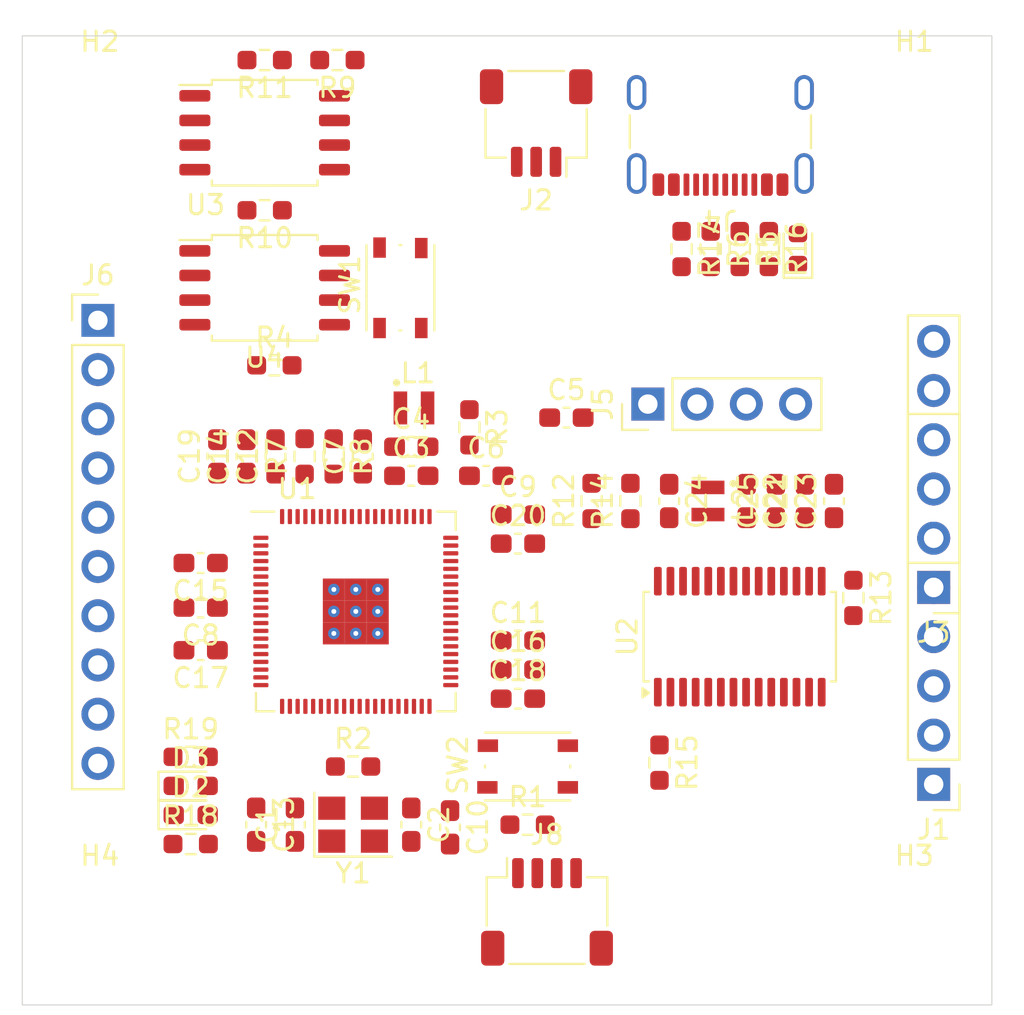
<source format=kicad_pcb>
(kicad_pcb (version 20240108) (generator "pcbnew") (generator_version "8.0")
  (layers (0 "F.Cu" signal) (31 "B.Cu" signal) (34 "B.Paste" user) (35 "F.Paste" user) (36 "B.SilkS" user "B.Silkscreen") (37 "F.SilkS" user "F.Silkscreen") (38 "B.Mask" user) (39 "F.Mask" user) (44 "Edge.Cuts" user))
  (net 0 "")
  (net 1 "/XIN")
  (net 2 "GND")
  (net 3 "Net-(C2-Pad1)")
  (net 4 "+3V3")
  (net 5 "+1V1")
  (net 6 "/VREG_AVDD")
  (net 7 "+3.3V")
  (net 8 "+5V")
  (net 9 "/Vcom")
  (net 10 "Net-(D1-A)")
  (net 11 "Net-(D2-K)")
  (net 12 "/GPIO10")
  (net 13 "/GPIO11")
  (net 14 "Net-(D3-K)")
  (net 15 "/GPIO42_ADC2")
  (net 16 "/GPIO47_ADC7")
  (net 17 "/GPIO46_ADC6")
  (net 18 "/GPIO44_ADC4")
  (net 19 "/GPIO45_ADC5")
  (net 20 "/GPIO43_ADC3")
  (net 21 "/GPIO40_ADC0")
  (net 22 "/GPIO41_ADC1")
  (net 23 "/SWCLK")
  (net 24 "/SWD")
  (net 25 "/Vin_L")
  (net 26 "/Vin_R")
  (net 27 "/USB_DP")
  (net 28 "/USB_DM")
  (net 29 "Net-(J4-CC1)")
  (net 30 "Net-(J4-CC2)")
  (net 31 "/Vout_L")
  (net 32 "/Vout_R")
  (net 33 "/GPIO7")
  (net 34 "/GPIO2")
  (net 35 "/GPIO4")
  (net 36 "/GPIO1")
  (net 37 "/SCL")
  (net 38 "/GPIO6")
  (net 39 "/GPIO3")
  (net 40 "/GPIO0")
  (net 41 "/SDA")
  (net 42 "/GPIO5")
  (net 43 "/VREG_LX")
  (net 44 "Net-(R1-Pad1)")
  (net 45 "/XOUT")
  (net 46 "/QSPI_SS")
  (net 47 "/~{USB_BOOT}")
  (net 48 "Net-(U1-USB_DP)")
  (net 49 "Net-(U1-USB_DM)")
  (net 50 "/FLASH_SS")
  (net 51 "/FLASH2_SS")
  (net 52 "Net-(U2-MODE)")
  (net 53 "Net-(U2-~{RST})")
  (net 54 "Net-(U2-MD{slash}SDA{slash}DEMP)")
  (net 55 "Net-(U2-MC{slash}SCL{slash}FMT)")
  (net 56 "/RUN")
  (net 57 "/GPIO26")
  (net 58 "/GPIO25")
  (net 59 "/QSPI_SD1")
  (net 60 "/GPIO39")
  (net 61 "/GPIO30")
  (net 62 "/GPIO28")
  (net 63 "/GPIO14")
  (net 64 "/QSPI_SCLK")
  (net 65 "/GPIO19")
  (net 66 "/GPIO20")
  (net 67 "/GPIO18")
  (net 68 "/GPIO9")
  (net 69 "/GPIO15")
  (net 70 "/GPIO22")
  (net 71 "/GPIO24")
  (net 72 "/GPIO33")
  (net 73 "/GPIO27")
  (net 74 "/GPIO21")
  (net 75 "/QSPI_SD2")
  (net 76 "/GPIO23")
  (net 77 "/QSPI_SD3")
  (net 78 "/QSPI_SD0")
  (net 79 "/GPIO38")
  (net 80 "/GPIO37")
  (net 81 "/GPIO16")
  (net 82 "/GPIO17")
  (net 83 "/GPIO13")
  (net 84 "/GPIO8")
  (net 85 "/GPIO36")
  (net 86 "/GPIO31")
  (net 87 "/GPIO29")
  (net 88 "/GPIO12")
  (net 89 "/GPIO32")
  (net 91 "/DAC_BCLK")
  (net 92 "/DAC_SCLK")
  (net 93 "Net-(U2-V_{CC})")
  (net 95 "/ZERO_F_R")
  (net 96 "/ADC_LRCLK")
  (net 97 "/ADC_SCLK")
  (net 98 "/ADC_DIN")
  (net 99 "/ADC_BCLK")
  (net 100 "/DAC_LRCLK")
  (net 101 "/DAC_DIN")
  (net 102 "/ZERO_F_L")
  (footprint "Connector_JST:JST_SH_SM04B-SRSS-TB_1x04-1MP_P1.00mm_Horizontal" (layer "F.Cu") (at 112.06 95.2)
    (property "Reference" "J8" (at 0 -3.98 0) (layer "F.SilkS"))
    (property "Value" "Conn_01x04")
    (pad "1" smd roundrect (at -1.5 -2) (size 0.6 1.55) (layers "F.Cu" "F.Paste" "F.Mask") (net 37 "/SCL"))
    (pad "2" smd roundrect (at -0.5 -2) (size 0.6 1.55) (layers "F.Cu" "F.Paste" "F.Mask") (net 41 "/SDA"))
    (pad "3" smd roundrect (at 0.5 -2) (size 0.6 1.55) (layers "F.Cu" "F.Paste" "F.Mask") (net 4 "+3V3"))
    (pad "4" smd roundrect (at 1.5 -2) (size 0.6 1.55) (layers "F.Cu" "F.Paste" "F.Mask") (net 2 "GND"))
    (pad "MP" smd roundrect (at -2.8 1.875) (size 1.2 1.8) (layers "F.Cu" "F.Paste" "F.Mask") (roundrect_rratio 0.208333))
    (pad "MP" smd roundrect (at 2.8 1.875) (size 1.2 1.8) (layers "F.Cu" "F.Paste" "F.Mask") (roundrect_rratio 0.208333))
  )
  (footprint "Capacitor_SMD:C_0603_1608Metric_Pad1.08x0.95mm_HandSolder" (layer "F.Cu") (at 122.36 74 -90)
    (property "Reference" "C22" (at 0 -1.43 90) (layer "F.SilkS"))
    (property "Value" "100n")
    (pad "1" smd roundrect (at -0.8625 0 270) (size 1.075 0.95) (layers "F.Cu" "F.Paste" "F.Mask") (net 8 "+5V"))
    (pad "2" smd roundrect (at 0.8625 0 270) (size 1.075 0.95) (layers "F.Cu" "F.Paste" "F.Mask") (net 2 "GND"))
  )
  (footprint "Resistor_SMD:R_0603_1608Metric_Pad0.98x0.95mm_HandSolder" (layer "F.Cu") (at 123.5 61 -90)
    (property "Reference" "R16" (at 0 -1.43 90) (layer "F.SilkS"))
    (property "Value" "5k1")
    (pad "1" smd roundrect (at -0.9125 0 270) (size 0.975 0.95) (layers "F.Cu" "F.Paste" "F.Mask") (net 29 "Net-(J4-CC1)"))
    (pad "2" smd roundrect (at 0.9125 0 270) (size 0.975 0.95) (layers "F.Cu" "F.Paste" "F.Mask") (net 2 "GND"))
  )
  (footprint "Resistor_SMD:R_0603_1608Metric_Pad0.98x0.95mm_HandSolder" (layer "F.Cu") (at 119 61 -90)
    (property "Reference" "R17" (at 0 -1.43 90) (layer "F.SilkS"))
    (property "Value" "5k1")
    (pad "1" smd roundrect (at -0.9125 0 270) (size 0.975 0.95) (layers "F.Cu" "F.Paste" "F.Mask") (net 30 "Net-(J4-CC2)"))
    (pad "2" smd roundrect (at 0.9125 0 270) (size 0.975 0.95) (layers "F.Cu" "F.Paste" "F.Mask") (net 2 "GND"))
  )
  (footprint "Capacitor_SMD:C_0603_1608Metric_Pad1.08x0.95mm_HandSolder" (layer "F.Cu") (at 125.36 74 90)
    (property "Reference" "C21" (at 0 -1.43 270) (layer "F.SilkS"))
    (property "Value" "10u")
    (pad "1" smd roundrect (at -0.8625 0 90) (size 1.075 0.95) (layers "F.Cu" "F.Paste" "F.Mask") (net 7 "+3.3V"))
    (pad "2" smd roundrect (at 0.8625 0 90) (size 1.075 0.95) (layers "F.Cu" "F.Paste" "F.Mask") (net 2 "GND"))
  )
  (footprint "Capacitor_SMD:C_0603_1608Metric_Pad1.08x0.95mm_HandSolder" (layer "F.Cu") (at 105.06 71.2)
    (property "Reference" "C4" (at 0 -1.43 360) (layer "F.SilkS"))
    (property "Value" "4.7u")
    (pad "1" smd roundrect (at -0.8625 0) (size 1.075 0.95) (layers "F.Cu" "F.Paste" "F.Mask") (net 5 "+1V1"))
    (pad "2" smd roundrect (at 0.8625 0) (size 1.075 0.95) (layers "F.Cu" "F.Paste" "F.Mask") (net 2 "GND"))
  )
  (footprint "Capacitor_SMD:C_0603_1608Metric_Pad1.08x0.95mm_HandSolder" (layer "F.Cu") (at 126.86 74 90)
    (property "Reference" "C23" (at 0 -1.43 270) (layer "F.SilkS"))
    (property "Value" "100n")
    (pad "1" smd roundrect (at -0.8625 0 90) (size 1.075 0.95) (layers "F.Cu" "F.Paste" "F.Mask") (net 9 "/Vcom"))
    (pad "2" smd roundrect (at 0.8625 0 90) (size 1.075 0.95) (layers "F.Cu" "F.Paste" "F.Mask") (net 2 "GND"))
  )
  (footprint "Connector_USB:USB_C_Receptacle_GCT_USB4105-xx-A_16P_TopMnt_Horizontal" (layer "F.Cu") (at 121 54 180)
    (property "Reference" "J4" (at 0 -5.5 180) (layer "F.SilkS"))
    (property "Value" "USB_C_Receptacle_USB2.0_14P")
    (pad "" np_thru_hole circle (at -2.89 -2.605 180) (size 0.65 0.65) (drill 0.65) (layers "F&B.Cu" "*.Mask"))
    (pad "" np_thru_hole circle (at 2.89 -2.605 180) (size 0.65 0.65) (drill 0.65) (layers "F&B.Cu" "*.Mask"))
    (pad "A1" smd roundrect (at -3.2 -3.68 180) (size 0.6 1.15) (layers "F.Cu" "F.Paste" "F.Mask") (net 2 "GND"))
    (pad "A4" smd roundrect (at -2.4 -3.68 180) (size 0.6 1.15) (layers "F.Cu" "F.Paste" "F.Mask") (net 10 "Net-(D1-A)"))
    (pad "A5" smd roundrect (at -1.25 -3.68 180) (size 0.3 1.15) (layers "F.Cu" "F.Paste" "F.Mask") (net 29 "Net-(J4-CC1)"))
    (pad "A6" smd roundrect (at -0.25 -3.68 180) (size 0.3 1.15) (layers "F.Cu" "F.Paste" "F.Mask") (net 27 "/USB_DP"))
    (pad "A7" smd roundrect (at 0.25 -3.68 180) (size 0.3 1.15) (layers "F.Cu" "F.Paste" "F.Mask") (net 28 "/USB_DM"))
    (pad "A8" smd roundrect (at 1.25 -3.68 180) (size 0.3 1.15) (layers "F.Cu" "F.Paste" "F.Mask"))
    (pad "A9" smd roundrect (at 2.4 -3.68 180) (size 0.6 1.15) (layers "F.Cu" "F.Paste" "F.Mask") (net 10 "Net-(D1-A)"))
    (pad "A12" smd roundrect (at 3.2 -3.68 180) (size 0.6 1.15) (layers "F.Cu" "F.Paste" "F.Mask") (net 2 "GND"))
    (pad "B1" smd roundrect (at 3.2 -3.68 180) (size 0.6 1.15) (layers "F.Cu" "F.Paste" "F.Mask") (net 2 "GND"))
    (pad "B4" smd roundrect (at 2.4 -3.68 180) (size 0.6 1.15) (layers "F.Cu" "F.Paste" "F.Mask") (net 10 "Net-(D1-A)"))
    (pad "B5" smd roundrect (at 1.75 -3.68 180) (size 0.3 1.15) (layers "F.Cu" "F.Paste" "F.Mask") (net 30 "Net-(J4-CC2)"))
    (pad "B6" smd roundrect (at 0.75 -3.68 180) (size 0.3 1.15) (layers "F.Cu" "F.Paste" "F.Mask") (net 27 "/USB_DP"))
    (pad "B7" smd roundrect (at -0.75 -3.68 180) (size 0.3 1.15) (layers "F.Cu" "F.Paste" "F.Mask") (net 28 "/USB_DM"))
    (pad "B8" smd roundrect (at -1.75 -3.68 180) (size 0.3 1.15) (layers "F.Cu" "F.Paste" "F.Mask"))
    (pad "B9" smd roundrect (at -2.4 -3.68 180) (size 0.6 1.15) (layers "F.Cu" "F.Paste" "F.Mask") (net 10 "Net-(D1-A)"))
    (pad "B12" smd roundrect (at -3.2 -3.68 180) (size 0.6 1.15) (layers "F.Cu" "F.Paste" "F.Mask") (net 2 "GND"))
    (pad "S1" thru_hole oval (at -4.32 -3.105 180) (size 1 2.1) (drill oval 0.6 1.7) (layers "*.Cu" "*.Mask" "F.Paste") (net 2 "GND"))
    (pad "S1" thru_hole oval (at -4.32 1.075 180) (size 1 1.8) (drill oval 0.6 1.4) (layers "*.Cu" "*.Mask" "F.Paste") (net 2 "GND"))
    (pad "S1" thru_hole oval (at 4.32 -3.105 180) (size 1 2.1) (drill oval 0.6 1.7) (layers "*.Cu" "*.Mask" "F.Paste") (net 2 "GND"))
    (pad "S1" thru_hole oval (at 4.32 1.075 180) (size 1 1.8) (drill oval 0.6 1.4) (layers "*.Cu" "*.Mask" "F.Paste") (net 2 "GND"))
  )
  (footprint "Capacitor_SMD:C_0603_1608Metric_Pad1.08x0.95mm_HandSolder" (layer "F.Cu") (at 96.56 71.7 90)
    (property "Reference" "C14" (at 0 -1.43 270) (layer "F.SilkS"))
    (property "Value" "100n")
    (pad "1" smd roundrect (at -0.8625 0 90) (size 1.075 0.95) (layers "F.Cu" "F.Paste" "F.Mask") (net 4 "+3V3"))
    (pad "2" smd roundrect (at 0.8625 0 90) (size 1.075 0.95) (layers "F.Cu" "F.Paste" "F.Mask") (net 2 "GND"))
  )
  (footprint "Resistor_SMD:R_0603_1608Metric_Pad0.98x0.95mm_HandSolder" (layer "F.Cu") (at 97.5 51.25 180)
    (property "Reference" "R11" (at 0 -1.43 180) (layer "F.SilkS"))
    (property "Value" "DNF")
    (pad "1" smd roundrect (at -0.9125 0 180) (size 0.975 0.95) (layers "F.Cu" "F.Paste" "F.Mask") (net 4 "+3V3"))
    (pad "2" smd roundrect (at 0.9125 0 180) (size 0.975 0.95) (layers "F.Cu" "F.Paste" "F.Mask") (net 51 "/FLASH2_SS"))
  )
  (footprint "Package_SO:SOIC-8_5.23x5.23mm_P1.27mm" (layer "F.Cu") (at 97.5 63)
    (property "Reference" "U4" (at 0 3.6 0) (layer "F.SilkS"))
    (property "Value" "W25Q128JVS")
    (pad "1" smd roundrect (at -3.6 -1.905) (size 1.6 0.6) (layers "F.Cu" "F.Paste" "F.Mask") (net 50 "/FLASH_SS"))
    (pad "2" smd roundrect (at -3.6 -0.635) (size 1.6 0.6) (layers "F.Cu" "F.Paste" "F.Mask") (net 59 "/QSPI_SD1"))
    (pad "3" smd roundrect (at -3.6 0.635) (size 1.6 0.6) (layers "F.Cu" "F.Paste" "F.Mask") (net 75 "/QSPI_SD2"))
    (pad "4" smd roundrect (at -3.6 1.905) (size 1.6 0.6) (layers "F.Cu" "F.Paste" "F.Mask") (net 2 "GND"))
    (pad "5" smd roundrect (at 3.6 1.905) (size 1.6 0.6) (layers "F.Cu" "F.Paste" "F.Mask") (net 78 "/QSPI_SD0"))
    (pad "6" smd roundrect (at 3.6 0.635) (size 1.6 0.6) (layers "F.Cu" "F.Paste" "F.Mask") (net 64 "/QSPI_SCLK"))
    (pad "7" smd roundrect (at 3.6 -0.635) (size 1.6 0.6) (layers "F.Cu" "F.Paste" "F.Mask") (net 77 "/QSPI_SD3"))
    (pad "8" smd roundrect (at 3.6 -1.905) (size 1.6 0.6) (layers "F.Cu" "F.Paste" "F.Mask") (net 4 "+3V3"))
  )
  (footprint "Capacitor_SMD:C_0603_1608Metric_Pad1.08x0.95mm_HandSolder" (layer "F.Cu") (at 105.06 72.7)
    (property "Reference" "C3" (at 0 -1.43 360) (layer "F.SilkS"))
    (property "Value" "4.7u")
    (pad "1" smd roundrect (at -0.8625 0) (size 1.075 0.95) (layers "F.Cu" "F.Paste" "F.Mask") (net 4 "+3V3"))
    (pad "2" smd roundrect (at 0.8625 0) (size 1.075 0.95) (layers "F.Cu" "F.Paste" "F.Mask") (net 2 "GND"))
  )
  (footprint "Resistor_SMD:R_0603_1608Metric_Pad0.98x0.95mm_HandSolder" (layer "F.Cu") (at 122 61 -90)
    (property "Reference" "R5" (at 0 -1.43 90) (layer "F.SilkS"))
    (property "Value" "27")
    (pad "1" smd roundrect (at -0.9125 0 270) (size 0.975 0.95) (layers "F.Cu" "F.Paste" "F.Mask") (net 27 "/USB_DP"))
    (pad "2" smd roundrect (at 0.9125 0 270) (size 0.975 0.95) (layers "F.Cu" "F.Paste" "F.Mask") (net 48 "Net-(U1-USB_DP)"))
  )
  (footprint "Capacitor_SMD:C_0603_1608Metric_Pad1.08x0.95mm_HandSolder" (layer "F.Cu") (at 110.56 74.7)
    (property "Reference" "C9" (at 0 -1.43 0) (layer "F.SilkS"))
    (property "Value" "100n")
    (pad "1" smd roundrect (at -0.8625 0) (size 1.075 0.95) (layers "F.Cu" "F.Paste" "F.Mask") (net 4 "+3V3"))
    (pad "2" smd roundrect (at 0.8625 0) (size 1.075 0.95) (layers "F.Cu" "F.Paste" "F.Mask") (net 2 "GND"))
  )
  (footprint "Resistor_SMD:R_0603_1608Metric_Pad0.98x0.95mm_HandSolder" (layer "F.Cu") (at 117.86 87.5 -90)
    (property "Reference" "R15" (at 0 -1.43 90) (layer "F.SilkS"))
    (property "Value" "220k")
    (pad "1" smd roundrect (at -0.9125 0 270) (size 0.975 0.95) (layers "F.Cu" "F.Paste" "F.Mask") (net 55 "Net-(U2-MC{slash}SCL{slash}FMT)"))
    (pad "2" smd roundrect (at 0.9125 0 270) (size 0.975 0.95) (layers "F.Cu" "F.Paste" "F.Mask") (net 7 "+3.3V"))
  )
  (footprint "Capacitor_SMD:C_0603_1608Metric_Pad1.08x0.95mm_HandSolder" (layer "F.Cu") (at 107.06 90.8375 -90)
    (property "Reference" "C10" (at 0 -1.43 -90) (layer "F.SilkS"))
    (property "Value" "100n")
    (pad "1" smd roundrect (at -0.8625 0 270) (size 1.075 0.95) (layers "F.Cu" "F.Paste" "F.Mask") (net 4 "+3V3"))
    (pad "2" smd roundrect (at 0.8625 0 270) (size 1.075 0.95) (layers "F.Cu" "F.Paste" "F.Mask") (net 2 "GND"))
  )
  (footprint "Capacitor_SMD:C_0603_1608Metric_Pad1.08x0.95mm_HandSolder" (layer "F.Cu") (at 94.2 81.7 180)
    (property "Reference" "C17" (at 0 -1.43 180) (layer "F.SilkS"))
    (property "Value" "100n")
    (pad "1" smd roundrect (at -0.8625 0 180) (size 1.075 0.95) (layers "F.Cu" "F.Paste" "F.Mask") (net 4 "+3V3"))
    (pad "2" smd roundrect (at 0.8625 0 180) (size 1.075 0.95) (layers "F.Cu" "F.Paste" "F.Mask") (net 2 "GND"))
  )
  (footprint "Capacitor_SMD:C_0603_1608Metric_Pad1.08x0.95mm_HandSolder" (layer "F.Cu") (at 102.56 71.7 90)
    (property "Reference" "C7" (at 0 -1.43 270) (layer "F.SilkS"))
    (property "Value" "4.7u")
    (pad "1" smd roundrect (at -0.8625 0 90) (size 1.075 0.95) (layers "F.Cu" "F.Paste" "F.Mask") (net 5 "+1V1"))
    (pad "2" smd roundrect (at 0.8625 0 90) (size 1.075 0.95) (layers "F.Cu" "F.Paste" "F.Mask") (net 2 "GND"))
  )
  (footprint "Resistor_SMD:R_0603_1608Metric_Pad0.98x0.95mm_HandSolder" (layer "F.Cu") (at 98 67)
    (property "Reference" "R4" (at 0 -1.43 360) (layer "F.SilkS"))
    (property "Value" "1k")
    (pad "1" smd roundrect (at -0.9125 0) (size 0.975 0.95) (layers "F.Cu" "F.Paste" "F.Mask") (net 46 "/QSPI_SS"))
    (pad "2" smd roundrect (at 0.9125 0) (size 0.975 0.95) (layers "F.Cu" "F.Paste" "F.Mask") (net 47 "/~{USB_BOOT}"))
  )
  (footprint "Capacitor_SMD:C_0603_1608Metric_Pad1.08x0.95mm_HandSolder" (layer "F.Cu") (at 110.56 76.2)
    (property "Reference" "C20" (at 0 -1.43 0) (layer "F.SilkS"))
    (property "Value" "DNF")
    (pad "1" smd roundrect (at -0.8625 0) (size 1.075 0.95) (layers "F.Cu" "F.Paste" "F.Mask") (net 4 "+3V3"))
    (pad "2" smd roundrect (at 0.8625 0) (size 1.075 0.95) (layers "F.Cu" "F.Paste" "F.Mask") (net 2 "GND"))
  )
  (footprint "MountingHole:MountingHole_2.7mm_M2.5" (layer "F.Cu") (at 89 54)
    (property "Reference" "H2" (at 0 -3.7 0) (layer "F.SilkS"))
    (property "Value" "MountingHole")
    (pad "" np_thru_hole circle (at 0 0) (size 2.7 2.7) (drill 2.7) (layers "F&B.Cu" "*.Mask"))
  )
  (footprint "Connector_JST:JST_SH_SM03B-SRSS-TB_1x03-1MP_P1.00mm_Horizontal" (layer "F.Cu") (at 111.5 54.5 180)
    (property "Reference" "J2" (at 0 -3.98 180) (layer "F.SilkS"))
    (property "Value" "SM03B-SRSS-TB")
    (pad "1" smd roundrect (at -1 -2 180) (size 0.6 1.55) (layers "F.Cu" "F.Paste" "F.Mask") (net 23 "/SWCLK"))
    (pad "2" smd roundrect (at 0 -2 180) (size 0.6 1.55) (layers "F.Cu" "F.Paste" "F.Mask") (net 2 "GND"))
    (pad "3" smd roundrect (at 1 -2 180) (size 0.6 1.55) (layers "F.Cu" "F.Paste" "F.Mask") (net 24 "/SWD"))
    (pad "MP" smd roundrect (at -2.3 1.875 180) (size 1.2 1.8) (layers "F.Cu" "F.Paste" "F.Mask") (roundrect_rratio 0.208333) (net 2 "GND"))
    (pad "MP" smd roundrect (at 2.3 1.875 180) (size 1.2 1.8) (layers "F.Cu" "F.Paste" "F.Mask") (roundrect_rratio 0.208333) (net 2 "GND"))
  )
  (footprint "Resistor_SMD:R_0603_1608Metric_Pad0.98x0.95mm_HandSolder" (layer "F.Cu") (at 99.56 71.7 90)
    (property "Reference" "R7" (at 0 -1.43 270) (layer "F.SilkS"))
    (property "Value" "DNF")
    (pad "1" smd roundrect (at -0.9125 0 90) (size 0.975 0.95) (layers "F.Cu" "F.Paste" "F.Mask") (net 40 "/GPIO0"))
    (pad "2" smd roundrect (at 0.9125 0 90) (size 0.975 0.95) (layers "F.Cu" "F.Paste" "F.Mask") (net 50 "/FLASH_SS"))
  )
  (footprint "MountingHole:MountingHole_2.7mm_M2.5" (layer "F.Cu") (at 89 96)
    (property "Reference" "H4" (at 0 -3.7 0) (layer "F.SilkS"))
    (property "Value" "MountingHole")
    (pad "" np_thru_hole circle (at 0 0) (size 2.7 2.7) (drill 2.7) (layers "F&B.Cu" "*.Mask"))
  )
  (footprint "Capacitor_SMD:C_0603_1608Metric_Pad1.08x0.95mm_HandSolder" (layer "F.Cu") (at 99.06 90.7 90)
    (property "Reference" "C1" (at 0 -1.43 270) (layer "F.SilkS"))
    (property "Value" "15p")
    (pad "1" smd roundrect (at -0.8625 0 90) (size 1.075 0.95) (layers "F.Cu" "F.Paste" "F.Mask") (net 1 "/XIN"))
    (pad "2" smd roundrect (at 0.8625 0 90) (size 1.075 0.95) (layers "F.Cu" "F.Paste" "F.Mask") (net 2 "GND"))
  )
  (footprint "Capacitor_SMD:C_0603_1608Metric_Pad1.08x0.95mm_HandSolder" (layer "F.Cu") (at 97.06 90.7 -90)
    (property "Reference" "C13" (at 0 -1.43 -90) (layer "F.SilkS"))
    (property "Value" "100n")
    (pad "1" smd roundrect (at -0.8625 0 270) (size 1.075 0.95) (layers "F.Cu" "F.Paste" "F.Mask") (net 4 "+3V3"))
    (pad "2" smd roundrect (at 0.8625 0 270) (size 1.075 0.95) (layers "F.Cu" "F.Paste" "F.Mask") (net 2 "GND"))
  )
  (footprint "Connector_PinHeader_2.54mm:PinHeader_1x04_P2.54mm_Vertical" (layer "F.Cu") (at 132 78.46 180)
    (property "Reference" "J3" (at 0 -2.33 180) (layer "F.SilkS"))
    (property "Value" "Conn_01x04")
    (pad "1" thru_hole rect (at 0 0 180) (size 1.7 1.7) (drill 1) (layers "*.Cu" "*.Mask") (net 25 "/Vin_L"))
    (pad "2" thru_hole oval (at 0 2.54 180) (size 1.7 1.7) (drill 1) (layers "*.Cu" "*.Mask") (net 2 "GND"))
    (pad "3" thru_hole oval (at 0 5.08 180) (size 1.7 1.7) (drill 1) (layers "*.Cu" "*.Mask") (net 26 "/Vin_R"))
    (pad "4" thru_hole oval (at 0 7.62 180) (size 1.7 1.7) (drill 1) (layers "*.Cu" "*.Mask") (net 2 "GND"))
  )
  (footprint "Resistor_SMD:R_0603_1608Metric_Pad0.98x0.95mm_HandSolder" (layer "F.Cu") (at 93.685 91.7)
    (property "Reference" "R18" (at 0 -1.43 0) (layer "F.SilkS"))
    (property "Value" "330r")
    (pad "1" smd roundrect (at -0.9125 0) (size 0.975 0.95) (layers "F.Cu" "F.Paste" "F.Mask") (net 11 "Net-(D2-K)"))
    (pad "2" smd roundrect (at 0.9125 0) (size 0.975 0.95) (layers "F.Cu" "F.Paste" "F.Mask") (net 2 "GND"))
  )
  (footprint "MountingHole:MountingHole_2.7mm_M2.5" (layer "F.Cu") (at 131 96)
    (property "Reference" "H3" (at 0 -3.7 0) (layer "F.SilkS"))
    (property "Value" "MountingHole")
    (pad "" np_thru_hole circle (at 0 0) (size 2.7 2.7) (drill 2.7) (layers "F&B.Cu" "*.Mask"))
  )
  (footprint "Resistor_SMD:R_0603_1608Metric_Pad0.98x0.95mm_HandSolder" (layer "F.Cu") (at 101.25 51.25 180)
    (property "Reference" "R9" (at 0 -1.43 180) (layer "F.SilkS"))
    (property "Value" "DNF")
    (pad "1" smd roundrect (at -0.9125 0 180) (size 0.975 0.95) (layers "F.Cu" "F.Paste" "F.Mask") (net 40 "/GPIO0"))
    (pad "2" smd roundrect (at 0.9125 0 180) (size 0.975 0.95) (layers "F.Cu" "F.Paste" "F.Mask") (net 51 "/FLASH2_SS"))
  )
  (footprint "RP2350_80QFN_minimal:L_pol_2016" (layer "F.Cu") (at 120.36 74 -90)
    (property "Reference" "L2" (at 0.2 -1.8 90) (layer "F.SilkS"))
    (property "Value" "3.3u")
    (pad "1" smd rect (at -0.7 0 270) (size 0.7 1.7) (layers "F.Cu" "F.Paste" "F.Mask") (net 8 "+5V"))
    (pad "2" smd rect (at 0.7 0 270) (size 0.7 1.7) (layers "F.Cu" "F.Paste" "F.Mask") (net 93 "Net-(U2-V_{CC})"))
  )
  (footprint "Resistor_SMD:R_0603_1608Metric_Pad0.98x0.95mm_HandSolder" (layer "F.Cu") (at 97.5 59 180)
    (property "Reference" "R10" (at 0 -1.43 180) (layer "F.SilkS"))
    (property "Value" "DNF")
    (pad "1" smd roundrect (at -0.9125 0 180) (size 0.975 0.95) (layers "F.Cu" "F.Paste" "F.Mask") (net 4 "+3V3"))
    (pad "2" smd roundrect (at 0.9125 0 180) (size 0.975 0.95) (layers "F.Cu" "F.Paste" "F.Mask") (net 50 "/FLASH_SS"))
  )
  (footprint "Connector_PinHeader_2.54mm:PinHeader_1x04_P2.54mm_Vertical" (layer "F.Cu") (at 117.26 69 90)
    (property "Reference" "J5" (at 0 -2.33 -90) (layer "F.SilkS"))
    (property "Value" "Conn_01x04")
    (pad "1" thru_hole rect (at 0 0 90) (size 1.7 1.7) (drill 1) (layers "*.Cu" "*.Mask") (net 31 "/Vout_L"))
    (pad "2" thru_hole oval (at 0 2.54 90) (size 1.7 1.7) (drill 1) (layers "*.Cu" "*.Mask") (net 2 "GND"))
    (pad "3" thru_hole oval (at 0 5.08 90) (size 1.7 1.7) (drill 1) (layers "*.Cu" "*.Mask") (net 32 "/Vout_R"))
    (pad "4" thru_hole oval (at 0 7.62 90) (size 1.7 1.7) (drill 1) (layers "*.Cu" "*.Mask") (net 2 "GND"))
  )
  (footprint "Capacitor_SMD:C_0603_1608Metric_Pad1.08x0.95mm_HandSolder" (layer "F.Cu") (at 110.56 84.2)
    (property "Reference" "C18" (at 0 -1.43 0) (layer "F.SilkS"))
    (property "Value" "10u")
    (pad "1" smd roundrect (at -0.8625 0) (size 1.075 0.95) (layers "F.Cu" "F.Paste" "F.Mask") (net 4 "+3V3"))
    (pad "2" smd roundrect (at 0.8625 0) (size 1.075 0.95) (layers "F.Cu" "F.Paste" "F.Mask") (net 2 "GND"))
  )
  (footprint "Resistor_SMD:R_0603_1608Metric_Pad0.98x0.95mm_HandSolder" (layer "F.Cu") (at 111.06 90.7)
    (property "Reference" "R1" (at 0 -1.43 0) (layer "F.SilkS"))
    (property "Value" "1k")
    (pad "1" smd roundrect (at -0.9125 0) (size 0.975 0.95) (layers "F.Cu" "F.Paste" "F.Mask") (net 44 "Net-(R1-Pad1)"))
    (pad "2" smd roundrect (at 0.9125 0) (size 0.975 0.95) (layers "F.Cu" "F.Paste" "F.Mask") (net 2 "GND"))
  )
  (footprint "RP2350_80QFN_minimal:L_pol_2016" (layer "F.Cu") (at 105.2 69.2)
    (property "Reference" "L1" (at 0.2 -1.8 0) (layer "F.SilkS"))
    (property "Value" "3.3u")
    (pad "1" smd rect (at -0.7 0) (size 0.7 1.7) (layers "F.Cu" "F.Paste" "F.Mask") (net 5 "+1V1"))
    (pad "2" smd rect (at 0.7 0) (size 0.7 1.7) (layers "F.Cu" "F.Paste" "F.Mask") (net 43 "/VREG_LX"))
  )
  (footprint "Capacitor_SMD:C_0603_1608Metric_Pad1.08x0.95mm_HandSolder" (layer "F.Cu") (at 94.2 77.2 180)
    (property "Reference" "C15" (at 0 -1.43 180) (layer "F.SilkS"))
    (property "Value" "100n")
    (pad "1" smd roundrect (at -0.8625 0 180) (size 1.075 0.95) (layers "F.Cu" "F.Paste" "F.Mask") (net 4 "+3V3"))
    (pad "2" smd roundrect (at 0.8625 0 180) (size 1.075 0.95) (layers "F.Cu" "F.Paste" "F.Mask") (net 2 "GND"))
  )
  (footprint "Button_Switch_SMD:SW_Push_1P1T_NO_Vertical_Wuerth_434133025816" (layer "F.Cu") (at 111.06 87.7 180)
    (property "Reference" "SW2" (at 3.6 0.075 -90) (layer "F.SilkS"))
    (property "Value" "SW_Push")
    (pad "1" smd rect (at -2.075 -1.075 180) (size 1.05 0.65) (layers "F.Cu" "F.Paste" "F.Mask") (net 44 "Net-(R1-Pad1)"))
    (pad "1" smd rect (at 2.075 -1.075 180) (size 1.05 0.65) (layers "F.Cu" "F.Paste" "F.Mask") (net 44 "Net-(R1-Pad1)"))
    (pad "2" smd rect (at -2.075 1.075 180) (size 1.05 0.65) (layers "F.Cu" "F.Paste" "F.Mask") (net 56 "/RUN"))
    (pad "2" smd rect (at 2.05 1.075 180) (size 1.05 0.65) (layers "F.Cu" "F.Paste" "F.Mask") (net 56 "/RUN"))
  )
  (footprint "Resistor_SMD:R_0603_1608Metric_Pad0.98x0.95mm_HandSolder" (layer "F.Cu") (at 116.36 74 90)
    (property "Reference" "R14" (at 0 -1.43 -90) (layer "F.SilkS"))
    (property "Value" "4k7")
    (pad "1" smd roundrect (at -0.9125 0 90) (size 0.975 0.95) (layers "F.Cu" "F.Paste" "F.Mask") (net 54 "Net-(U2-MD{slash}SDA{slash}DEMP)"))
    (pad "2" smd roundrect (at 0.9125 0 90) (size 0.975 0.95) (layers "F.Cu" "F.Paste" "F.Mask") (net 2 "GND"))
  )
  (footprint "Capacitor_SMD:C_0603_1608Metric_Pad1.08x0.95mm_HandSolder" (layer "F.Cu") (at 113.06 69.7)
    (property "Reference" "C5" (at 0 -1.43 0) (layer "F.SilkS"))
    (property "Value" "100n")
    (pad "1" smd roundrect (at -0.8625 0) (size 1.075 0.95) (layers "F.Cu" "F.Paste" "F.Mask") (net 5 "+1V1"))
    (pad "2" smd roundrect (at 0.8625 0) (size 1.075 0.95) (layers "F.Cu" "F.Paste" "F.Mask") (net 2 "GND"))
  )
  (footprint "LED_SMD:LED_0603_1608Metric_Pad1.05x0.95mm_HandSolder" (layer "F.Cu") (at 93.685 88.7)
    (property "Reference" "D3" (at 0 -1.43 0) (layer "F.SilkS"))
    (property "Value" "LED")
    (pad "1" smd roundrect (at -0.875 0) (size 1.05 0.95) (layers "F.Cu" "F.Paste" "F.Mask") (net 14 "Net-(D3-K)"))
    (pad "2" smd roundrect (at 0.875 0) (size 1.05 0.95) (layers "F.Cu" "F.Paste" "F.Mask") (net 70 "/GPIO22"))
  )
  (footprint "Capacitor_SMD:C_0603_1608Metric_Pad1.08x0.95mm_HandSolder" (layer "F.Cu") (at 110.56 81.2)
    (property "Reference" "C11" (at 0 -1.43 0) (layer "F.SilkS"))
    (property "Value" "100n")
    (pad "1" smd roundrect (at -0.8625 0) (size 1.075 0.95) (layers "F.Cu" "F.Paste" "F.Mask") (net 4 "+3V3"))
    (pad "2" smd roundrect (at 0.8625 0) (size 1.075 0.95) (layers "F.Cu" "F.Paste" "F.Mask") (net 2 "GND"))
  )
  (footprint "Resistor_SMD:R_0603_1608Metric_Pad0.98x0.95mm_HandSolder" (layer "F.Cu") (at 127.86 79 -90)
    (property "Reference" "R13" (at 0 -1.43 90) (layer "F.SilkS"))
    (property "Value" "220k")
    (pad "1" smd roundrect (at -0.9125 0 270) (size 0.975 0.95) (layers "F.Cu" "F.Paste" "F.Mask") (net 53 "Net-(U2-~{RST})"))
    (pad "2" smd roundrect (at 0.9125 0 270) (size 0.975 0.95) (layers "F.Cu" "F.Paste" "F.Mask") (net 7 "+3.3V"))
  )
  (footprint "Resistor_SMD:R_0603_1608Metric_Pad0.98x0.95mm_HandSolder" (layer "F.Cu") (at 114.36 74 90)
    (property "Reference" "R12" (at 0 -1.43 270) (layer "F.SilkS"))
    (property "Value" "220k")
    (pad "1" smd roundrect (at -0.9125 0 90) (size 0.975 0.95) (layers "F.Cu" "F.Paste" "F.Mask") (net 52 "Net-(U2-MODE)"))
    (pad "2" smd roundrect (at 0.9125 0 90) (size 0.975 0.95) (layers "F.Cu" "F.Paste" "F.Mask") (net 7 "+3.3V"))
  )
  (footprint "Connector_PinHeader_2.54mm:PinHeader_1x10_P2.54mm_Vertical" (layer "F.Cu") (at 132 88.62 180)
    (property "Reference" "J1" (at 0 -2.33 180) (layer "F.SilkS"))
    (property "Value" "Conn_01x10")
    (pad "1" thru_hole rect (at 0 0 180) (size 1.7 1.7) (drill 1) (layers "*.Cu" "*.Mask") (net 2 "GND"))
    (pad "2" thru_hole oval (at 0 2.54 180) (size 1.7 1.7) (drill 1) (layers "*.Cu" "*.Mask") (net 21 "/GPIO40_ADC0"))
    (pad "3" thru_hole oval (at 0 5.08 180) (size 1.7 1.7) (drill 1) (layers "*.Cu" "*.Mask") (net 22 "/GPIO41_ADC1"))
    (pad "4" thru_hole oval (at 0 7.62 180) (size 1.7 1.7) (drill 1) (layers "*.Cu" "*.Mask") (net 15 "/GPIO42_ADC2"))
    (pad "5" thru_hole oval (at 0 10.16 180) (size 1.7 1.7) (drill 1) (layers "*.Cu" "*.Mask") (net 20 "/GPIO43_ADC3"))
    (pad "6" thru_hole oval (at 0 12.7 180) (size 1.7 1.7) (drill 1) (layers "*.Cu" "*.Mask") (net 18 "/GPIO44_ADC4"))
    (pad "7" thru_hole oval (at 0 15.24 180) (size 1.7 1.7) (drill 1) (layers "*.Cu" "*.Mask") (net 19 "/GPIO45_ADC5"))
    (pad "8" thru_hole oval (at 0 17.78 180) (size 1.7 1.7) (drill 1) (layers "*.Cu" "*.Mask") (net 17 "/GPIO46_ADC6"))
    (pad "9" thru_hole oval (at 0 20.32 180) (size 1.7 1.7) (drill 1) (layers "*.Cu" "*.Mask") (net 16 "/GPIO47_ADC7"))
    (pad "10" thru_hole oval (at 0 22.86 180) (size 1.7 1.7) (drill 1) (layers "*.Cu" "*.Mask") (net 2 "GND"))
  )
  (footprint "Capacitor_SMD:C_0603_1608Metric_Pad1.08x0.95mm_HandSolder" (layer "F.Cu") (at 105.06 90.7 -90)
    (property "Reference" "C2" (at 0 -1.43 90) (layer "F.SilkS"))
    (property "Value" "15p")
    (pad "1" smd roundrect (at -0.8625 0 270) (size 1.075 0.95) (layers "F.Cu" "F.Paste" "F.Mask") (net 3 "Net-(C2-Pad1)"))
    (pad "2" smd roundrect (at 0.8625 0 270) (size 1.075 0.95) (layers "F.Cu" "F.Paste" "F.Mask") (net 2 "GND"))
  )
  (footprint "LED_SMD:LED_0603_1608Metric_Pad1.05x0.95mm_HandSolder" (layer "F.Cu") (at 93.685 90.2)
    (property "Reference" "D2" (at 0 -1.43 0) (layer "F.SilkS"))
    (property "Value" "LED")
    (pad "1" smd roundrect (at -0.875 0) (size 1.05 0.95) (layers "F.Cu" "F.Paste" "F.Mask") (net 11 "Net-(D2-K)"))
    (pad "2" smd roundrect (at 0.875 0) (size 1.05 0.95) (layers "F.Cu" "F.Paste" "F.Mask") (net 76 "/GPIO23"))
  )
  (footprint "Crystal:Crystal_SMD_3225-4Pin_3.2x2.5mm" (layer "F.Cu") (at 102.06 90.7)
    (property "Reference" "Y1" (at 0 2.5 0) (layer "F.SilkS"))
    (property "Value" "ABM8-272-T3")
    (pad "1" smd rect (at -1.1 0.85) (size 1.4 1.2) (layers "F.Cu" "F.Paste" "F.Mask") (net 1 "/XIN"))
    (pad "2" smd rect (at 1.1 0.85) (size 1.4 1.2) (layers "F.Cu" "F.Paste" "F.Mask") (net 2 "GND"))
    (pad "3" smd rect (at 1.1 -0.85) (size 1.4 1.2) (layers "F.Cu" "F.Paste" "F.Mask") (net 3 "Net-(C2-Pad1)"))
    (pad "4" smd rect (at -1.1 -0.85) (size 1.4 1.2) (layers "F.Cu" "F.Paste" "F.Mask") (net 2 "GND"))
  )
  (footprint "Capacitor_SMD:C_0603_1608Metric_Pad1.08x0.95mm_HandSolder" (layer "F.Cu") (at 110.56 82.7)
    (property "Reference" "C16" (at 0 -1.43 0) (layer "F.SilkS"))
    (property "Value" "100n")
    (pad "1" smd roundrect (at -0.8625 0) (size 1.075 0.95) (layers "F.Cu" "F.Paste" "F.Mask") (net 4 "+3V3"))
    (pad "2" smd roundrect (at 0.8625 0) (size 1.075 0.95) (layers "F.Cu" "F.Paste" "F.Mask") (net 2 "GND"))
  )
  (footprint "Button_Switch_SMD:SW_Push_1P1T_NO_Vertical_Wuerth_434133025816" (layer "F.Cu") (at 104.5 63 90)
    (property "Reference" "SW1" (at 0.15 -2.6 -90) (layer "F.SilkS"))
    (property "Value" "SW_Push")
    (pad "1" smd rect (at -2.075 -1.075 90) (size 1.05 0.65) (layers "F.Cu" "F.Paste" "F.Mask") (net 2 "GND"))
    (pad "1" smd rect (at 2.075 -1.075 90) (size 1.05 0.65) (layers "F.Cu" "F.Paste" "F.Mask") (net 2 "GND"))
    (pad "2" smd rect (at -2.075 1.075 90) (size 1.05 0.65) (layers "F.Cu" "F.Paste" "F.Mask") (net 47 "/~{USB_BOOT}"))
    (pad "2" smd rect (at 2.05 1.075 90) (size 1.05 0.65) (layers "F.Cu" "F.Paste" "F.Mask") (net 47 "/~{USB_BOOT}"))
  )
  (footprint "Capacitor_SMD:C_0603_1608Metric_Pad1.08x0.95mm_HandSolder" (layer "F.Cu") (at 123.86 74 90)
    (property "Reference" "C25" (at 0 -1.43 270) (layer "F.SilkS"))
    (property "Value" "10u")
    (pad "1" smd roundrect (at -0.8625 0 90) (size 1.075 0.95) (layers "F.Cu" "F.Paste" "F.Mask") (net 9 "/Vcom"))
    (pad "2" smd roundrect (at 0.8625 0 90) (size 1.075 0.95) (layers "F.Cu" "F.Paste" "F.Mask") (net 2 "GND"))
  )
  (footprint "Package_SO:TSSOP-28_4.4x9.7mm_P0.65mm" (layer "F.Cu") (at 122 81 90)
    (property "Reference" "U2" (at 0 -5.8 -90) (layer "F.SilkS"))
    (property "Value" "PCM3060")
    (pad "1" smd roundrect (at -2.8625 -4.225 90) (size 1.475 0.4) (layers "F.Cu" "F.Paste" "F.Mask") (net 55 "Net-(U2-MC{slash}SCL{slash}FMT)"))
    (pad "2" smd roundrect (at -2.8625 -3.575 90) (size 1.475 0.4) (layers "F.Cu" "F.Paste" "F.Mask") (net 54 "Net-(U2-MD{slash}SDA{slash}DEMP)"))
    (pad "3" smd roundrect (at -2.8625 -2.925 90) (size 1.475 0.4) (layers "F.Cu" "F.Paste" "F.Mask") (net 98 "/ADC_DIN"))
    (pad "4" smd roundrect (at -2.8625 -2.275 90) (size 1.475 0.4) (layers "F.Cu" "F.Paste" "F.Mask") (net 96 "/ADC_LRCLK"))
    (pad "5" smd roundrect (at -2.8625 -1.625 90) (size 1.475 0.4) (layers "F.Cu" "F.Paste" "F.Mask") (net 99 "/ADC_BCLK"))
    (pad "6" smd roundrect (at -2.8625 -0.975 90) (size 1.475 0.4) (layers "F.Cu" "F.Paste" "F.Mask") (net 97 "/ADC_SCLK"))
    (pad "7" smd roundrect (at -2.8625 -0.325 90) (size 1.475 0.4) (layers "F.Cu" "F.Paste" "F.Mask") (net 7 "+3.3V"))
    (pad "8" smd roundrect (at -2.8625 0.325 90) (size 1.475 0.4) (layers "F.Cu" "F.Paste" "F.Mask") (net 2 "GND"))
    (pad "9" smd roundrect (at -2.8625 0.975 90) (size 1.475 0.4) (layers "F.Cu" "F.Paste" "F.Mask") (net 92 "/DAC_SCLK"))
    (pad "10" smd roundrect (at -2.8625 1.625 90) (size 1.475 0.4) (layers "F.Cu" "F.Paste" "F.Mask") (net 91 "/DAC_BCLK"))
    (pad "11" smd roundrect (at -2.8625 2.275 90) (size 1.475 0.4) (layers "F.Cu" "F.Paste" "F.Mask") (net 100 "/DAC_LRCLK"))
    (pad "12" smd roundrect (at -2.8625 2.925 90) (size 1.475 0.4) (layers "F.Cu" "F.Paste" "F.Mask") (net 101 "/DAC_DIN"))
    (pad "13" smd roundrect (at -2.8625 3.575 90) (size 1.475 0.4) (layers "F.Cu" "F.Paste" "F.Mask") (net 95 "/ZERO_F_R"))
    (pad "14" smd roundrect (at -2.8625 4.225 90) (size 1.475 0.4) (layers "F.Cu" "F.Paste" "F.Mask") (net 102 "/ZERO_F_L"))
    (pad "15" smd roundrect (at 2.8625 4.225 90) (size 1.475 0.4) (layers "F.Cu" "F.Paste" "F.Mask") (net 53 "Net-(U2-~{RST})"))
    (pad "16" smd roundrect (at 2.8625 3.575 90) (size 1.475 0.4) (layers "F.Cu" "F.Paste" "F.Mask") (net 2 "GND"))
    (pad "17" smd roundrect (at 2.8625 2.925 90) (size 1.475 0.4) (layers "F.Cu" "F.Paste" "F.Mask"))
    (pad "18" smd roundrect (at 2.8625 2.275 90) (size 1.475 0.4) (layers "F.Cu" "F.Paste" "F.Mask") (net 32 "/Vout_R"))
    (pad "19" smd roundrect (at 2.8625 1.625 90) (size 1.475 0.4) (layers "F.Cu" "F.Paste" "F.Mask"))
    (pad "20" smd roundrect (at 2.8625 0.975 90) (size 1.475 0.4) (layers "F.Cu" "F.Paste" "F.Mask") (net 31 "/Vout_L"))
    (pad "21" smd roundrect (at 2.8625 0.325 90) (size 1.475 0.4) (layers "F.Cu" "F.Paste" "F.Mask") (net 9 "/Vcom"))
    (pad "22" smd roundrect (at 2.8625 -0.325 90) (size 1.475 0.4) (layers "F.Cu" "F.Paste" "F.Mask") (net 2 "GND"))
    (pad "23" smd roundrect (at 2.8625 -0.975 90) (size 1.475 0.4) (layers "F.Cu" "F.Paste" "F.Mask") (net 2 "GND"))
    (pad "24" smd roundrect (at 2.8625 -1.625 90) (size 1.475 0.4) (layers "F.Cu" "F.Paste" "F.Mask") (net 93 "Net-(U2-V_{CC})"))
    (pad "25" smd roundrect (at 2.8625 -2.275 90) (size 1.475 0.4) (layers "F.Cu" "F.Paste" "F.Mask") (net 25 "/Vin_L"))
    (pad "26" smd roundrect (at 2.8625 -2.925 90) (size 1.475 0.4) (layers "F.Cu" "F.Paste" "F.Mask") (net 26 "/Vin_R"))
    (pad "27" smd roundrect (at 2.8625 -3.575 90) (size 1.475 0.4) (layers "F.Cu" "F.Paste" "F.Mask") (net 2 "GND"))
    (pad "28" smd roundrect (at 2.8625 -4.225 90) (size 1.475 0.4) (layers "F.Cu" "F.Paste" "F.Mask") (net 52 "Net-(U2-MODE)"))
  )
  (footprint "Diode_SMD:D_0603_1608Metric" (layer "F.Cu") (at 125 61 90)
    (property "Reference" "D1" (at 0 -1.43 270) (layer "F.SilkS"))
    (property "Value" "D")
    (pad "1" smd roundrect (at -0.7875 0 90) (size 0.875 0.95) (layers "F.Cu" "F.Paste" "F.Mask") (net 8 "+5V"))
    (pad "2" smd roundrect (at 0.7875 0 90) (size 0.875 0.95) (layers "F.Cu" "F.Paste" "F.Mask") (net 10 "Net-(D1-A)"))
  )
  (footprint "Capacitor_SMD:C_0603_1608Metric_Pad1.08x0.95mm_HandSolder" (layer "F.Cu") (at 98.06 71.7 90)
    (property "Reference" "C12" (at 0 -1.43 90) (layer "F.SilkS"))
    (property "Value" "100n")
    (pad "1" smd roundrect (at -0.8625 0 90) (size 1.075 0.95) (layers "F.Cu" "F.Paste" "F.Mask") (net 4 "+3V3"))
    (pad "2" smd roundrect (at 0.8625 0 90) (size 1.075 0.95) (layers "F.Cu" "F.Paste" "F.Mask") (net 2 "GND"))
  )
  (footprint "MountingHole:MountingHole_2.7mm_M2.5" (layer "F.Cu") (at 131 54)
    (property "Reference" "H1" (at 0 -3.7 0) (layer "F.SilkS"))
    (property "Value" "MountingHole")
    (pad "" np_thru_hole circle (at 0 0) (size 2.7 2.7) (drill 2.7) (layers "F&B.Cu" "*.Mask"))
  )
  (footprint "Resistor_SMD:R_0603_1608Metric_Pad0.98x0.95mm_HandSolder" (layer "F.Cu") (at 108.06 70.2 -90)
    (property "Reference" "R3" (at 0 -1.43 -90) (layer "F.SilkS"))
    (property "Value" "33")
    (pad "1" smd roundrect (at -0.9125 0 270) (size 0.975 0.95) (layers "F.Cu" "F.Paste" "F.Mask") (net 4 "+3V3"))
    (pad "2" smd roundrect (at 0.9125 0 270) (size 0.975 0.95) (layers "F.Cu" "F.Paste" "F.Mask") (net 6 "/VREG_AVDD"))
  )
  (footprint "Resistor_SMD:R_0603_1608Metric_Pad0.98x0.95mm_HandSolder" (layer "F.Cu") (at 101.06 71.7 -90)
    (property "Reference" "R8" (at 0 -1.43 -90) (layer "F.SilkS"))
    (property "Value" "0")
    (pad "1" smd roundrect (at -0.9125 0 270) (size 0.975 0.95) (layers "F.Cu" "F.Paste" "F.Mask") (net 46 "/QSPI_SS"))
    (pad "2" smd roundrect (at 0.9125 0 270) (size 0.975 0.95) (layers "F.Cu" "F.Paste" "F.Mask") (net 50 "/FLASH_SS"))
  )
  (footprint "Resistor_SMD:R_0603_1608Metric_Pad0.98x0.95mm_HandSolder" (layer "F.Cu") (at 120.5 61 -90)
    (property "Reference" "R6" (at 0 -1.43 90) (layer "F.SilkS"))
    (property "Value" "27")
    (pad "1" smd roundrect (at -0.9125 0 270) (size 0.975 0.95) (layers "F.Cu" "F.Paste" "F.Mask") (net 28 "/USB_DM"))
    (pad "2" smd roundrect (at 0.9125 0 270) (size 0.975 0.95) (layers "F.Cu" "F.Paste" "F.Mask") (net 49 "Net-(U1-USB_DM)"))
  )
  (footprint "Capacitor_SMD:C_0603_1608Metric_Pad1.08x0.95mm_HandSolder" (layer "F.Cu") (at 95.06 71.7 90)
    (property "Reference" "C19" (at 0 -1.43 -90) (layer "F.SilkS"))
    (property "Value" "100n")
    (pad "1" smd roundrect (at -0.8625 0 90) (size 1.075 0.95) (layers "F.Cu" "F.Paste" "F.Mask") (net 4 "+3V3"))
    (pad "2" smd roundrect (at 0.8625 0 90) (size 1.075 0.95) (layers "F.Cu" "F.Paste" "F.Mask") (net 2 "GND"))
  )
  (footprint "Package_SO:SOIC-8_5.23x5.23mm_P1.27mm" (layer "F.Cu") (at 97.5 55)
    (property "Reference" "U3" (at -3.05 3.725 0) (layer "F.SilkS"))
    (property "Value" "DNF")
    (pad "1" smd roundrect (at -3.6 -1.905) (size 1.6 0.6) (layers "F.Cu" "F.Paste" "F.Mask") (net 51 "/FLASH2_SS"))
    (pad "2" smd roundrect (at -3.6 -0.635) (size 1.6 0.6) (layers "F.Cu" "F.Paste" "F.Mask") (net 59 "/QSPI_SD1"))
    (pad "3" smd roundrect (at -3.6 0.635) (size 1.6 0.6) (layers "F.Cu" "F.Paste" "F.Mask") (net 75 "/QSPI_SD2"))
    (pad "4" smd roundrect (at -3.6 1.905) (size 1.6 0.6) (layers "F.Cu" "F.Paste" "F.Mask") (net 2 "GND"))
    (pad "5" smd roundrect (at 3.6 1.905) (size 1.6 0.6) (layers "F.Cu" "F.Paste" "F.Mask") (net 78 "/QSPI_SD0"))
    (pad "6" smd roundrect (at 3.6 0.635) (size 1.6 0.6) (layers "F.Cu" "F.Paste" "F.Mask") (net 64 "/QSPI_SCLK"))
    (pad "7" smd roundrect (at 3.6 -0.635) (size 1.6 0.6) (layers "F.Cu" "F.Paste" "F.Mask") (net 77 "/QSPI_SD3"))
    (pad "8" smd roundrect (at 3.6 -1.905) (size 1.6 0.6) (layers "F.Cu" "F.Paste" "F.Mask") (net 4 "+3V3"))
  )
  (footprint "Connector_PinHeader_2.54mm:PinHeader_1x10_P2.54mm_Vertical" (layer "F.Cu") (at 88.9 64.68)
    (property "Reference" "J6" (at 0 -2.33 0) (layer "F.SilkS"))
    (property "Value" "Conn_01x10")
    (pad "1" thru_hole rect (at 0 0) (size 1.7 1.7) (drill 1) (layers "*.Cu" "*.Mask") (net 13 "/GPIO11"))
    (pad "2" thru_hole oval (at 0 2.54) (size 1.7 1.7) (drill 1) (layers "*.Cu" "*.Mask") (net 88 "/GPIO12"))
    (pad "3" thru_hole oval (at 0 5.08) (size 1.7 1.7) (drill 1) (layers "*.Cu" "*.Mask") (net 83 "/GPIO13"))
    (pad "4" thru_hole oval (at 0 7.62) (size 1.7 1.7) (drill 1) (layers "*.Cu" "*.Mask") (net 63 "/GPIO14"))
    (pad "5" thru_hole oval (at 0 10.16) (size 1.7 1.7) (drill 1) (layers "*.Cu" "*.Mask") (net 69 "/GPIO15"))
    (pad "6" thru_hole oval (at 0 12.7) (size 1.7 1.7) (drill 1) (layers "*.Cu" "*.Mask") (net 81 "/GPIO16"))
    (pad "7" thru_hole oval (at 0 15.24) (size 1.7 1.7) (drill 1) (layers "*.Cu" "*.Mask") (net 82 "/GPIO17"))
    (pad "8" thru_hole oval (at 0 17.78) (size 1.7 1.7) (drill 1) (layers "*.Cu" "*.Mask") (net 67 "/GPIO18"))
    (pad "9" thru_hole oval (at 0 20.32) (size 1.7 1.7) (drill 1) (layers "*.Cu" "*.Mask") (net 65 "/GPIO19"))
    (pad "10" thru_hole oval (at 0 22.86) (size 1.7 1.7) (drill 1) (layers "*.Cu" "*.Mask") (net 66 "/GPIO20"))
  )
  (footprint "RP2350_80QFN_minimal:RP2350-QFN-80-1EP_10x10_P0.4mm_EP3.4x3.4mm_ThermalVias" (layer "F.Cu") (at 102.2 79.7)
    (property "Reference" "U1" (at -3.025 -6.325 0) (layer "F.SilkS"))
    (property "Value" "RP2350_80QFN")
    (pad "1" smd roundrect (at -4.8965 -3.8 90) (size 0.22 0.78) (layers "F.Cu" "F.Paste" "F.Mask") (net 35 "/GPIO4"))
    (pad "2" smd roundrect (at -4.8965 -3.4 90) (size 0.22 0.78) (layers "F.Cu" "F.Paste" "F.Mask") (net 42 "/GPIO5"))
    (pad "3" smd roundrect (at -4.8965 -3 90) (size 0.22 0.78) (layers "F.Cu" "F.Paste" "F.Mask") (net 38 "/GPIO6"))
    (pad "4" smd roundrect (at -4.8965 -2.6 90) (size 0.22 0.78) (layers "F.Cu" "F.Paste" "F.Mask") (net 33 "/GPIO7"))
    (pad "5" smd roundrect (at -4.8965 -2.2 90) (size 0.22 0.78) (layers "F.Cu" "F.Paste" "F.Mask") (net 4 "+3V3"))
    (pad "6" smd roundrect (at -4.8965 -1.8 90) (size 0.22 0.78) (layers "F.Cu" "F.Paste" "F.Mask") (net 84 "/GPIO8"))
    (pad "7" smd roundrect (at -4.8965 -1.4 90) (size 0.22 0.78) (layers "F.Cu" "F.Paste" "F.Mask") (net 68 "/GPIO9"))
    (pad "8" smd roundrect (at -4.8965 -1 90) (size 0.22 0.78) (layers "F.Cu" "F.Paste" "F.Mask") (net 12 "/GPIO10"))
    (pad "9" smd roundrect (at -4.8965 -0.6 90) (size 0.22 0.78) (layers "F.Cu" "F.Paste" "F.Mask") (net 13 "/GPIO11"))
    (pad "10" smd roundrect (at -4.8965 -0.2 90) (size 0.22 0.78) (layers "F.Cu" "F.Paste" "F.Mask") (net 5 "+1V1"))
    (pad "11" smd roundrect (at -4.8965 0.2 90) (size 0.22 0.78) (layers "F.Cu" "F.Paste" "F.Mask") (net 88 "/GPIO12"))
    (pad "12" smd roundrect (at -4.8965 0.6 90) (size 0.22 0.78) (layers "F.Cu" "F.Paste" "F.Mask") (net 83 "/GPIO13"))
    (pad "13" smd roundrect (at -4.8965 1 90) (size 0.22 0.78) (layers "F.Cu" "F.Paste" "F.Mask") (net 63 "/GPIO14"))
    (pad "14" smd roundrect (at -4.8965 1.4 90) (size 0.22 0.78) (layers "F.Cu" "F.Paste" "F.Mask") (net 69 "/GPIO15"))
    (pad "15" smd roundrect (at -4.8965 1.8 90) (size 0.22 0.78) (layers "F.Cu" "F.Paste" "F.Mask") (net 4 "+3V3"))
    (pad "16" smd roundrect (at -4.8965 2.2 90) (size 0.22 0.78) (layers "F.Cu" "F.Paste" "F.Mask") (net 81 "/GPIO16"))
    (pad "17" smd roundrect (at -4.8965 2.6 90) (size 0.22 0.78) (layers "F.Cu" "F.Paste" "F.Mask") (net 82 "/GPIO17"))
    (pad "18" smd roundrect (at -4.8965 3 90) (size 0.22 0.78) (layers "F.Cu" "F.Paste" "F.Mask") (net 67 "/GPIO18"))
    (pad "19" smd roundrect (at -4.8965 3.4 90) (size 0.22 0.78) (layers "F.Cu" "F.Paste" "F.Mask") (net 65 "/GPIO19"))
    (pad "20" smd roundrect (at -4.8965 3.8 90) (size 0.22 0.78) (layers "F.Cu" "F.Paste" "F.Mask") (net 66 "/GPIO20"))
    (pad "21" smd roundrect (at -3.8 4.8965) (size 0.22 0.78) (layers "F.Cu" "F.Paste" "F.Mask") (net 74 "/GPIO21"))
    (pad "22" smd roundrect (at -3.4 4.8965) (size 0.22 0.78) (layers "F.Cu" "F.Paste" "F.Mask") (net 70 "/GPIO22"))
    (pad "23" smd roundrect (at -3 4.8965) (size 0.22 0.78) (layers "F.Cu" "F.Paste" "F.Mask") (net 76 "/GPIO23"))
    (pad "24" smd roundrect (at -2.6 4.8965) (size 0.22 0.78) (layers "F.Cu" "F.Paste" "F.Mask") (net 4 "+3V3"))
    (pad "25" smd roundrect (at -2.2 4.8965) (size 0.22 0.78) (layers "F.Cu" "F.Paste" "F.Mask") (net 71 "/GPIO24"))
    (pad "26" smd roundrect (at -1.8 4.8965) (size 0.22 0.78) (layers "F.Cu" "F.Paste" "F.Mask") (net 58 "/GPIO25"))
    (pad "27" smd roundrect (at -1.4 4.8965) (size 0.22 0.78) (layers "F.Cu" "F.Paste" "F.Mask") (net 57 "/GPIO26"))
    (pad "28" smd roundrect (at -1 4.8965) (size 0.22 0.78) (layers "F.Cu" "F.Paste" "F.Mask") (net 73 "/GPIO27"))
    (pad "29" smd roundrect (at -0.6 4.8965) (size 0.22 0.78) (layers "F.Cu" "F.Paste" "F.Mask") (net 4 "+3V3"))
    (pad "30" smd roundrect (at -0.2 4.8965) (size 0.22 0.78) (layers "F.Cu" "F.Paste" "F.Mask") (net 1 "/XIN"))
    (pad "31" smd roundrect (at 0.2 4.8965) (size 0.22 0.78) (layers "F.Cu" "F.Paste" "F.Mask") (net 45 "/XOUT"))
    (pad "32" smd roundrect (at 0.6 4.8965) (size 0.22 0.78) (layers "F.Cu" "F.Paste" "F.Mask") (net 5 "+1V1"))
    (pad "33" smd roundrect (at 1 4.8965) (size 0.22 0.78) (layers "F.Cu" "F.Paste" "F.Mask") (net 23 "/SWCLK"))
    (pad "34" smd roundrect (at 1.4 4.8965) (size 0.22 0.78) (layers "F.Cu" "F.Paste" "F.Mask") (net 24 "/SWD"))
    (pad "35" smd roundrect (at 1.8 4.8965) (size 0.22 0.78) (layers "F.Cu" "F.Paste" "F.Mask") (net 56 "/RUN"))
    (pad "36" smd roundrect (at 2.2 4.8965) (size 0.22 0.78) (layers "F.Cu" "F.Paste" "F.Mask") (net 62 "/GPIO28"))
    (pad "37" smd roundrect (at 2.6 4.8965) (size 0.22 0.78) (layers "F.Cu" "F.Paste" "F.Mask") (net 87 "/GPIO29"))
    (pad "38" smd roundrect (at 3 4.8965) (size 0.22 0.78) (layers "F.Cu" "F.Paste" "F.Mask") (net 61 "/GPIO30"))
    (pad "39" smd roundrect (at 3.4 4.8965) (size 0.22 0.78) (layers "F.Cu" "F.Paste" "F.Mask") (net 86 "/GPIO31"))
    (pad "40" smd roundrect (at 3.8 4.8965) (size 0.22 0.78) (layers "F.Cu" "F.Paste" "F.Mask") (net 89 "/GPIO32"))
    (pad "41" smd roundrect (at 4.8965 3.8 90) (size 0.22 0.78) (layers "F.Cu" "F.Paste" "F.Mask") (net 4 "+3V3"))
    (pad "42" smd roundrect (at 4.8965 3.4 90) (size 0.22 0.78) (layers "F.Cu" "F.Paste" "F.Mask") (net 72 "/GPIO33"))
    (pad "43" smd roundrect (at 4.8965 3 90) (size 0.22 0.78) (layers "F.Cu" "F.Paste" "F.Mask") (net 41 "/SDA"))
    (pad "44" smd roundrect (at 4.8965 2.6 90) (size 0.22 0.78) (layers "F.Cu" "F.Paste" "F.Mask") (net 37 "/SCL"))
    (pad "45" smd roundrect (at 4.8965 2.2 90) (size 0.22 0.78) (layers "F.Cu" "F.Paste" "F.Mask") (net 85 "/GPIO36"))
    (pad "46" smd roundrect (at 4.8965 1.8 90) (size 0.22 0.78) (layers "F.Cu" "F.Paste" "F.Mask") (net 80 "/GPIO37"))
    (pad "47" smd roundrect (at 4.8965 1.4 90) (size 0.22 0.78) (layers "F.Cu" "F.Paste" "F.Mask") (net 79 "/GPIO38"))
    (pad "48" smd roundrect (at 4.8965 1 90) (size 0.22 0.78) (layers "F.Cu" "F.Paste" "F.Mask") (net 60 "/GPIO39"))
    (pad "49" smd roundrect (at 4.8965 0.6 90) (size 0.22 0.78) (layers "F.Cu" "F.Paste" "F.Mask") (net 21 "/GPIO40_ADC0"))
    (pad "50" smd roundrect (at 4.8965 0.2 90) (size 0.22 0.78) (layers "F.Cu" "F.Paste" "F.Mask") (net 4 "+3V3"))
    (pad "51" smd roundrect (at 4.8965 -0.2 90) (size 0.22 0.78) (layers "F.Cu" "F.Paste" "F.Mask") (net 5 "+1V1"))
    (pad "52" smd roundrect (at 4.8965 -0.6 90) (size 0.22 0.78) (layers "F.Cu" "F.Paste" "F.Mask") (net 22 "/GPIO41_ADC1"))
    (pad "53" smd roundrect (at 4.8965 -1 90) (size 0.22 0.78) (layers "F.Cu" "F.Paste" "F.Mask") (net 15 "/GPIO42_ADC2"))
    (pad "54" smd roundrect (at 4.8965 -1.4 90) (size 0.22 0.78) (layers "F.Cu" "F.Paste" "F.Mask") (net 20 "/GPIO43_ADC3"))
    (pad "55" smd roundrect (at 4.8965 -1.8 90) (size 0.22 0.78) (layers "F.Cu" "F.Paste" "F.Mask") (net 18 "/GPIO44_ADC4"))
    (pad "56" smd roundrect (at 4.8965 -2.2 90) (size 0.22 0.78) (layers "F.Cu" "F.Paste" "F.Mask") (net 19 "/GPIO45_ADC5"))
    (pad "57" smd roundrect (at 4.8965 -2.6 90) (size 0.22 0.78) (layers "F.Cu" "F.Paste" "F.Mask") (net 17 "/GPIO46_ADC6"))
    (pad "58" smd roundrect (at 4.8965 -3 90) (size 0.22 0.78) (layers "F.Cu" "F.Paste" "F.Mask") (net 16 "/GPIO47_ADC7"))
    (pad "59" smd roundrect (at 4.8965 -3.4 90) (size 0.22 0.78) (layers "F.Cu" "F.Paste" "F.Mask") (net 4 "+3V3"))
    (pad "60" smd roundrect (at 4.8965 -3.8 90) (size 0.22 0.78) (layers "F.Cu" "F.Paste" "F.Mask") (net 4 "+3V3"))
    (pad "61" smd roundrect (at 3.8 -4.8965) (size 0.22 0.78) (layers "F.Cu" "F.Paste" "F.Mask") (net 6 "/VREG_AVDD"))
    (pad "62" smd roundrect (at 3.4 -4.8965) (size 0.22 0.78) (layers "F.Cu" "F.Paste" "F.Mask") (net 2 "GND"))
    (pad "63" smd roundrect (at 3 -4.8965) (size 0.22 0.78) (layers "F.Cu" "F.Paste" "F.Mask") (net 43 "/VREG_LX"))
    (pad "64" smd roundrect (at 2.6 -4.8965) (size 0.22 0.78) (layers "F.Cu" "F.Paste" "F.Mask") (net 4 "+3V3"))
    (pad "65" smd roundrect (at 2.2 -4.8965) (size 0.22 0.78) (layers "F.Cu" "F.Paste" "F.Mask") (net 5 "+1V1"))
    (pad "66" smd roundrect (at 1.8 -4.8965) (size 0.22 0.78) (layers "F.Cu" "F.Paste" "F.Mask") (net 49 "Net-(U1-USB_DM)"))
    (pad "67" smd roundrect (at 1.4 -4.8965) (size 0.22 0.78) (layers "F.Cu" "F.Paste" "F.Mask") (net 48 "Net-(U1-USB_DP)"))
    (pad "68" smd roundrect (at 1 -4.8965) (size 0.22 0.78) (layers "F.Cu" "F.Paste" "F.Mask") (net 4 "+3V3"))
    (pad "69" smd roundrect (at 0.6 -4.8965) (size 0.22 0.78) (layers "F.Cu" "F.Paste" "F.Mask") (net 4 "+3V3"))
    (pad "70" smd roundrect (at 0.2 -4.8965) (size 0.22 0.78) (layers "F.Cu" "F.Paste" "F.Mask") (net 77 "/QSPI_SD3"))
    (pad "71" smd roundrect (at -0.2 -4.8965) (size 0.22 0.78) (layers "F.Cu" "F.Paste" "F.Mask") (net 64 "/QSPI_SCLK"))
    (pad "72" smd roundrect (at -0.6 -4.8965) (size 0.22 0.78) (layers "F.Cu" "F.Paste" "F.Mask") (net 78 "/QSPI_SD0"))
    (pad "73" smd roundrect (at -1 -4.8965) (size 0.22 0.78) (layers "F.Cu" "F.Paste" "F.Mask") (net 75 "/QSPI_SD2"))
    (pad "74" smd roundrect (at -1.4 -4.8965) (size 0.22 0.78) (layers "F.Cu" "F.Paste" "F.Mask") (net 59 "/QSPI_SD1"))
    (pad "75" smd roundrect (at -1.8 -4.8965) (size 0.22 0.78) (layers "F.Cu" "F.Paste" "F.Mask") (net 46 "/QSPI_SS"))
    (pad "76" smd roundrect (at -2.2 -4.8965) (size 0.22 0.78) (layers "F.Cu" "F.Paste" "F.Mask") (net 4 "+3V3"))
    (pad "77" smd roundrect (at -2.6 -4.8965) (size 0.22 0.78) (layers "F.Cu" "F.Paste" "F.Mask") (net 40 "/GPIO0"))
    (pad "78" smd roundrect (at -3 -4.8965) (size 0.22 0.78) (layers "F.Cu" "F.Paste" "F.Mask") (net 36 "/GPIO1"))
    (pad "79" smd roundrect (at -3.4 -4.8965) (size 0.22 0.78) (layers "F.Cu" "F.Paste" "F.Mask") (net 34 "/GPIO2"))
    (pad "80" smd roundrect (at -3.8 -4.8965) (size 0.22 0.78) (layers "F.Cu" "F.Paste" "F.Mask") (net 39 "/GPIO3"))
    (pad "81" thru_hole circle (at -1.133333 -1.133333) (size 0.6 0.6) (drill 0.25) (layers "*.Cu" "*.Mask") (net 2 "GND"))
    (pad "81" smd rect (at -1.133333 -1.133333) (size 1.133333 1.133333) (layers "F.Cu" "F.Paste" "F.Mask") (net 2 "GND"))
    (pad "81" thru_hole circle (at -1.133333 0) (size 0.6 0.6) (drill 0.25) (layers "*.Cu" "*.Mask") (net 2 "GND"))
    (pad "81" smd rect (at -1.133333 0) (size 1.133333 1.133333) (layers "F.Cu" "F.Paste" "F.Mask") (net 2 "GND"))
    (pad "81" thru_hole circle (at -1.133333 1.133333) (size 0.6 0.6) (drill 0.25) (layers "*.Cu" "*.Mask") (net 2 "GND"))
    (pad "81" smd rect (at -1.133333 1.133333) (size 1.133333 1.133333) (layers "F.Cu" "F.Paste" "F.Mask") (net 2 "GND"))
    (pad "81" thru_hole circle (at 0 -1.133333) (size 0.6 0.6) (drill 0.25) (layers "*.Cu" "*.Mask") (net 2 "GND"))
    (pad "81" smd rect (at 0 -1.133333) (size 1.133333 1.133333) (layers "F.Cu" "F.Paste" "F.Mask") (net 2 "GND"))
    (pad "81" thru_hole circle (at 0 0) (size 0.6 0.6) (drill 0.25) (layers "*.Cu" "*.Mask") (net 2 "GND"))
    (pad "81" smd rect (at 0 0) (size 1.133333 1.133333) (layers "F.Cu" "F.Paste" "F.Mask") (net 2 "GND"))
    (pad "81" thru_hole circle (at 0 1.133333) (size 0.6 0.6) (drill 0.25) (layers "*.Cu" "*.Mask") (net 2 "GND"))
    (pad "81" smd rect (at 0 1.133333) (size 1.133333 1.133333) (layers "F.Cu" "F.Paste" "F.Mask") (net 2 "GND"))
    (pad "81" thru_hole circle (at 1.133333 -1.133333) (size 0.6 0.6) (drill 0.25) (layers "*.Cu" "*.Mask") (net 2 "GND"))
    (pad "81" smd rect (at 1.133333 -1.133333) (size 1.133333 1.133333) (layers "F.Cu" "F.Paste" "F.Mask") (net 2 "GND"))
    (pad "81" thru_hole circle (at 1.133333 0) (size 0.6 0.6) (drill 0.25) (layers "*.Cu" "*.Mask") (net 2 "GND"))
    (pad "81" smd rect (at 1.133333 0) (size 1.133333 1.133333) (layers "F.Cu" "F.Paste" "F.Mask") (net 2 "GND"))
    (pad "81" thru_hole circle (at 1.133333 1.133333) (size 0.6 0.6) (drill 0.25) (layers "*.Cu" "*.Mask") (net 2 "GND"))
    (pad "81" smd rect (at 1.133333 1.133333) (size 1.133333 1.133333) (layers "F.Cu" "F.Paste" "F.Mask") (net 2 "GND"))
  )
  (footprint "Capacitor_SMD:C_0603_1608Metric_Pad1.08x0.95mm_HandSolder" (layer "F.Cu") (at 94.2 79.5 180)
    (property "Reference" "C8" (at 0 -1.43 180) (layer "F.SilkS"))
    (property "Value" "100n")
    (pad "1" smd roundrect (at -0.8625 0 180) (size 1.075 0.95) (layers "F.Cu" "F.Paste" "F.Mask") (net 5 "+1V1"))
    (pad "2" smd roundrect (at 0.8625 0 180) (size 1.075 0.95) (layers "F.Cu" "F.Paste" "F.Mask") (net 2 "GND"))
  )
  (footprint "Capacitor_SMD:C_0603_1608Metric_Pad1.08x0.95mm_HandSolder" (layer "F.Cu") (at 118.36 74 -90)
    (property "Reference" "C24" (at 0 -1.43 90) (layer "F.SilkS"))
    (property "Value" "100n")
    (pad "1" smd roundrect (at -0.8625 0 270) (size 1.075 0.95) (layers "F.Cu" "F.Paste" "F.Mask") (net 8 "+5V"))
    (pad "2" smd roundrect (at 0.8625 0 270) (size 1.075 0.95) (layers "F.Cu" "F.Paste" "F.Mask") (net 2 "GND"))
  )
  (footprint "Resistor_SMD:R_0603_1608Metric_Pad0.98x0.95mm_HandSolder" (layer "F.Cu") (at 102.06 87.7)
    (property "Reference" "R2" (at 0 -1.43 360) (layer "F.SilkS"))
    (property "Value" "1k")
    (pad "1" smd roundrect (at -0.9125 0) (size 0.975 0.95) (layers "F.Cu" "F.Paste" "F.Mask") (net 45 "/XOUT"))
    (pad "2" smd roundrect (at 0.9125 0) (size 0.975 0.95) (layers "F.Cu" "F.Paste" "F.Mask") (net 3 "Net-(C2-Pad1)"))
  )
  (footprint "Capacitor_SMD:C_0603_1608Metric_Pad1.08x0.95mm_HandSolder" (layer "F.Cu") (at 108.9225 72.7)
    (property "Reference" "C6" (at 0 -1.43 360) (layer "F.SilkS"))
    (property "Value" "4.7u")
    (pad "1" smd roundrect (at -0.8625 0) (size 1.075 0.95) (layers "F.Cu" "F.Paste" "F.Mask") (net 6 "/VREG_AVDD"))
    (pad "2" smd roundrect (at 0.8625 0) (size 1.075 0.95) (layers "F.Cu" "F.Paste" "F.Mask") (net 2 "GND"))
  )
  (footprint "Resistor_SMD:R_0603_1608Metric_Pad0.98x0.95mm_HandSolder" (layer "F.Cu") (at 93.685 87.2)
    (property "Reference" "R19" (at 0 -1.43 0) (layer "F.SilkS"))
    (property "Value" "330r")
    (pad "1" smd roundrect (at -0.9125 0) (size 0.975 0.95) (layers "F.Cu" "F.Paste" "F.Mask") (net 14 "Net-(D3-K)"))
    (pad "2" smd roundrect (at 0.9125 0) (size 0.975 0.95) (layers "F.Cu" "F.Paste" "F.Mask") (net 2 "GND"))
  )
  (gr_rect (start 85 50) (end 135 100) (stroke (width 0.05)) (fill none) (layer "Edge.Cuts"))
)
</source>
